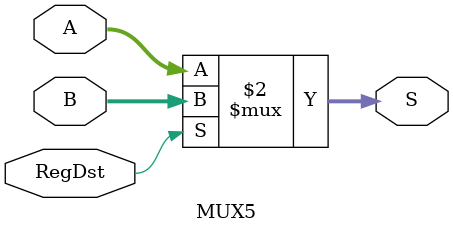
<source format=v>
module MUX5(
    A,B,RegDst,S
    );
    input [4:0] A,B;
    input RegDst;
    output [4:0] S;
    assign S = (RegDst==0) ? A:B;
endmodule

</source>
